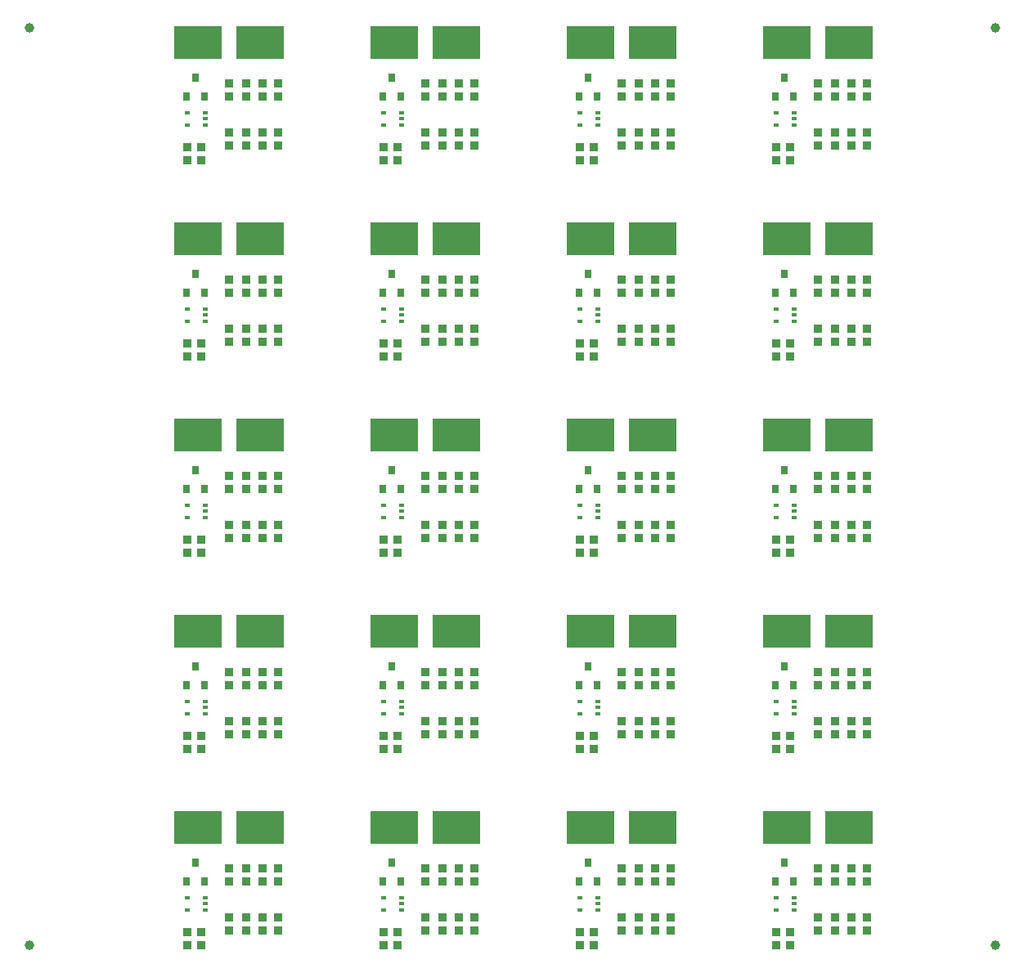
<source format=gtp>
%FSLAX25Y25*%
%MOIN*%
G70*
G01*
G75*
G04 Layer_Color=8421504*
%ADD10C,0.03937*%
%ADD11R,0.19685X0.13780*%
%ADD12R,0.02756X0.03543*%
%ADD13R,0.01969X0.01575*%
%ADD14R,0.03600X0.03600*%
%ADD15C,0.01000*%
%ADD16R,0.05906X0.05906*%
%ADD17C,0.05906*%
%ADD18C,0.03000*%
%ADD19C,0.00600*%
%ADD20C,0.00787*%
D10*
X413386Y442913D02*
D03*
X19685D02*
D03*
X413386Y68898D02*
D03*
X19685D02*
D03*
D11*
X113901Y116713D02*
D03*
X88311D02*
D03*
X193902D02*
D03*
X168311D02*
D03*
X273902D02*
D03*
X248311D02*
D03*
X353902D02*
D03*
X328311D02*
D03*
X113901Y196713D02*
D03*
X88311D02*
D03*
X193902D02*
D03*
X168311D02*
D03*
X273902D02*
D03*
X248311D02*
D03*
X353902D02*
D03*
X328311D02*
D03*
X113901Y276713D02*
D03*
X88311D02*
D03*
X193902D02*
D03*
X168311D02*
D03*
X273902D02*
D03*
X248311D02*
D03*
X353902D02*
D03*
X328311D02*
D03*
X113901Y356713D02*
D03*
X88311D02*
D03*
X193902D02*
D03*
X168311D02*
D03*
X273902D02*
D03*
X248311D02*
D03*
X353902D02*
D03*
X328311D02*
D03*
X113901Y436713D02*
D03*
X88311D02*
D03*
X193902D02*
D03*
X168311D02*
D03*
X273902D02*
D03*
X248311D02*
D03*
X353902D02*
D03*
X328311D02*
D03*
D12*
X83713Y94713D02*
D03*
X91193D02*
D03*
X87453Y102587D02*
D03*
X163713Y94713D02*
D03*
X171193D02*
D03*
X167453Y102587D02*
D03*
X243713Y94713D02*
D03*
X251193D02*
D03*
X247453Y102587D02*
D03*
X323713Y94713D02*
D03*
X331193D02*
D03*
X327453Y102587D02*
D03*
X83713Y174713D02*
D03*
X91193D02*
D03*
X87453Y182587D02*
D03*
X163713Y174713D02*
D03*
X171193D02*
D03*
X167453Y182587D02*
D03*
X243713Y174713D02*
D03*
X251193D02*
D03*
X247453Y182587D02*
D03*
X323713Y174713D02*
D03*
X331193D02*
D03*
X327453Y182587D02*
D03*
X83713Y254713D02*
D03*
X91193D02*
D03*
X87453Y262587D02*
D03*
X163713Y254713D02*
D03*
X171193D02*
D03*
X167453Y262587D02*
D03*
X243713Y254713D02*
D03*
X251193D02*
D03*
X247453Y262587D02*
D03*
X323713Y254713D02*
D03*
X331193D02*
D03*
X327453Y262587D02*
D03*
X83713Y334713D02*
D03*
X91193D02*
D03*
X87453Y342587D02*
D03*
X163713Y334713D02*
D03*
X171193D02*
D03*
X167453Y342587D02*
D03*
X243713Y334713D02*
D03*
X251193D02*
D03*
X247453Y342587D02*
D03*
X323713Y334713D02*
D03*
X331193D02*
D03*
X327453Y342587D02*
D03*
X83713Y414713D02*
D03*
X91193D02*
D03*
X87453Y422587D02*
D03*
X163713Y414713D02*
D03*
X171193D02*
D03*
X167453Y422587D02*
D03*
X243713Y414713D02*
D03*
X251193D02*
D03*
X247453Y422587D02*
D03*
X323713Y414713D02*
D03*
X331193D02*
D03*
X327453Y422587D02*
D03*
D13*
X83972Y83153D02*
D03*
X91453Y85713D02*
D03*
Y83153D02*
D03*
Y88272D02*
D03*
X83972D02*
D03*
X163972Y83153D02*
D03*
X171453Y85713D02*
D03*
Y83153D02*
D03*
Y88272D02*
D03*
X163972D02*
D03*
X243972Y83153D02*
D03*
X251453Y85713D02*
D03*
Y83153D02*
D03*
Y88272D02*
D03*
X243972D02*
D03*
X323972Y83153D02*
D03*
X331453Y85713D02*
D03*
Y83153D02*
D03*
Y88272D02*
D03*
X323972D02*
D03*
X83972Y163154D02*
D03*
X91453Y165713D02*
D03*
Y163154D02*
D03*
Y168272D02*
D03*
X83972D02*
D03*
X163972Y163154D02*
D03*
X171453Y165713D02*
D03*
Y163154D02*
D03*
Y168272D02*
D03*
X163972D02*
D03*
X243972Y163154D02*
D03*
X251453Y165713D02*
D03*
Y163154D02*
D03*
Y168272D02*
D03*
X243972D02*
D03*
X323972Y163154D02*
D03*
X331453Y165713D02*
D03*
Y163154D02*
D03*
Y168272D02*
D03*
X323972D02*
D03*
X83972Y243154D02*
D03*
X91453Y245713D02*
D03*
Y243154D02*
D03*
Y248272D02*
D03*
X83972D02*
D03*
X163972Y243154D02*
D03*
X171453Y245713D02*
D03*
Y243154D02*
D03*
Y248272D02*
D03*
X163972D02*
D03*
X243972Y243154D02*
D03*
X251453Y245713D02*
D03*
Y243154D02*
D03*
Y248272D02*
D03*
X243972D02*
D03*
X323972Y243154D02*
D03*
X331453Y245713D02*
D03*
Y243154D02*
D03*
Y248272D02*
D03*
X323972D02*
D03*
X83972Y323153D02*
D03*
X91453Y325713D02*
D03*
Y323153D02*
D03*
Y328272D02*
D03*
X83972D02*
D03*
X163972Y323153D02*
D03*
X171453Y325713D02*
D03*
Y323153D02*
D03*
Y328272D02*
D03*
X163972D02*
D03*
X243972Y323153D02*
D03*
X251453Y325713D02*
D03*
Y323153D02*
D03*
Y328272D02*
D03*
X243972D02*
D03*
X323972Y323153D02*
D03*
X331453Y325713D02*
D03*
Y323153D02*
D03*
Y328272D02*
D03*
X323972D02*
D03*
X83972Y403154D02*
D03*
X91453Y405713D02*
D03*
Y403154D02*
D03*
Y408272D02*
D03*
X83972D02*
D03*
X163972Y403154D02*
D03*
X171453Y405713D02*
D03*
Y403154D02*
D03*
Y408272D02*
D03*
X163972D02*
D03*
X243972Y403154D02*
D03*
X251453Y405713D02*
D03*
Y403154D02*
D03*
Y408272D02*
D03*
X243972D02*
D03*
X323972Y403154D02*
D03*
X331453Y405713D02*
D03*
Y403154D02*
D03*
Y408272D02*
D03*
X323972D02*
D03*
D14*
X89713Y68713D02*
D03*
Y74213D02*
D03*
X84213Y68713D02*
D03*
Y74213D02*
D03*
X108213Y74759D02*
D03*
Y80259D02*
D03*
X121213Y94759D02*
D03*
Y100259D02*
D03*
X114713Y94759D02*
D03*
Y100259D02*
D03*
X108213Y94759D02*
D03*
Y100259D02*
D03*
X101213Y94759D02*
D03*
Y100259D02*
D03*
X121213Y74759D02*
D03*
Y80259D02*
D03*
X114713Y74759D02*
D03*
Y80259D02*
D03*
X101213Y74759D02*
D03*
Y80259D02*
D03*
X169713Y68713D02*
D03*
Y74213D02*
D03*
X164213Y68713D02*
D03*
Y74213D02*
D03*
X188213Y74759D02*
D03*
Y80259D02*
D03*
X201213Y94759D02*
D03*
Y100259D02*
D03*
X194713Y94759D02*
D03*
Y100259D02*
D03*
X188213Y94759D02*
D03*
Y100259D02*
D03*
X181213Y94759D02*
D03*
Y100259D02*
D03*
X201213Y74759D02*
D03*
Y80259D02*
D03*
X194713Y74759D02*
D03*
Y80259D02*
D03*
X181213Y74759D02*
D03*
Y80259D02*
D03*
X249713Y68713D02*
D03*
Y74213D02*
D03*
X244213Y68713D02*
D03*
Y74213D02*
D03*
X268213Y74759D02*
D03*
Y80259D02*
D03*
X281213Y94759D02*
D03*
Y100259D02*
D03*
X274713Y94759D02*
D03*
Y100259D02*
D03*
X268213Y94759D02*
D03*
Y100259D02*
D03*
X261213Y94759D02*
D03*
Y100259D02*
D03*
X281213Y74759D02*
D03*
Y80259D02*
D03*
X274713Y74759D02*
D03*
Y80259D02*
D03*
X261213Y74759D02*
D03*
Y80259D02*
D03*
X329713Y68713D02*
D03*
Y74213D02*
D03*
X324213Y68713D02*
D03*
Y74213D02*
D03*
X348213Y74759D02*
D03*
Y80259D02*
D03*
X361213Y94759D02*
D03*
Y100259D02*
D03*
X354713Y94759D02*
D03*
Y100259D02*
D03*
X348213Y94759D02*
D03*
Y100259D02*
D03*
X341213Y94759D02*
D03*
Y100259D02*
D03*
X361213Y74759D02*
D03*
Y80259D02*
D03*
X354713Y74759D02*
D03*
Y80259D02*
D03*
X341213Y74759D02*
D03*
Y80259D02*
D03*
X89713Y148713D02*
D03*
Y154213D02*
D03*
X84213Y148713D02*
D03*
Y154213D02*
D03*
X108213Y154759D02*
D03*
Y160259D02*
D03*
X121213Y174759D02*
D03*
Y180259D02*
D03*
X114713Y174759D02*
D03*
Y180259D02*
D03*
X108213Y174759D02*
D03*
Y180259D02*
D03*
X101213Y174759D02*
D03*
Y180259D02*
D03*
X121213Y154759D02*
D03*
Y160259D02*
D03*
X114713Y154759D02*
D03*
Y160259D02*
D03*
X101213Y154759D02*
D03*
Y160259D02*
D03*
X169713Y148713D02*
D03*
Y154213D02*
D03*
X164213Y148713D02*
D03*
Y154213D02*
D03*
X188213Y154759D02*
D03*
Y160259D02*
D03*
X201213Y174759D02*
D03*
Y180259D02*
D03*
X194713Y174759D02*
D03*
Y180259D02*
D03*
X188213Y174759D02*
D03*
Y180259D02*
D03*
X181213Y174759D02*
D03*
Y180259D02*
D03*
X201213Y154759D02*
D03*
Y160259D02*
D03*
X194713Y154759D02*
D03*
Y160259D02*
D03*
X181213Y154759D02*
D03*
Y160259D02*
D03*
X249713Y148713D02*
D03*
Y154213D02*
D03*
X244213Y148713D02*
D03*
Y154213D02*
D03*
X268213Y154759D02*
D03*
Y160259D02*
D03*
X281213Y174759D02*
D03*
Y180259D02*
D03*
X274713Y174759D02*
D03*
Y180259D02*
D03*
X268213Y174759D02*
D03*
Y180259D02*
D03*
X261213Y174759D02*
D03*
Y180259D02*
D03*
X281213Y154759D02*
D03*
Y160259D02*
D03*
X274713Y154759D02*
D03*
Y160259D02*
D03*
X261213Y154759D02*
D03*
Y160259D02*
D03*
X329713Y148713D02*
D03*
Y154213D02*
D03*
X324213Y148713D02*
D03*
Y154213D02*
D03*
X348213Y154759D02*
D03*
Y160259D02*
D03*
X361213Y174759D02*
D03*
Y180259D02*
D03*
X354713Y174759D02*
D03*
Y180259D02*
D03*
X348213Y174759D02*
D03*
Y180259D02*
D03*
X341213Y174759D02*
D03*
Y180259D02*
D03*
X361213Y154759D02*
D03*
Y160259D02*
D03*
X354713Y154759D02*
D03*
Y160259D02*
D03*
X341213Y154759D02*
D03*
Y160259D02*
D03*
X89713Y228713D02*
D03*
Y234213D02*
D03*
X84213Y228713D02*
D03*
Y234213D02*
D03*
X108213Y234759D02*
D03*
Y240259D02*
D03*
X121213Y254759D02*
D03*
Y260259D02*
D03*
X114713Y254759D02*
D03*
Y260259D02*
D03*
X108213Y254759D02*
D03*
Y260259D02*
D03*
X101213Y254759D02*
D03*
Y260259D02*
D03*
X121213Y234759D02*
D03*
Y240259D02*
D03*
X114713Y234759D02*
D03*
Y240259D02*
D03*
X101213Y234759D02*
D03*
Y240259D02*
D03*
X169713Y228713D02*
D03*
Y234213D02*
D03*
X164213Y228713D02*
D03*
Y234213D02*
D03*
X188213Y234759D02*
D03*
Y240259D02*
D03*
X201213Y254759D02*
D03*
Y260259D02*
D03*
X194713Y254759D02*
D03*
Y260259D02*
D03*
X188213Y254759D02*
D03*
Y260259D02*
D03*
X181213Y254759D02*
D03*
Y260259D02*
D03*
X201213Y234759D02*
D03*
Y240259D02*
D03*
X194713Y234759D02*
D03*
Y240259D02*
D03*
X181213Y234759D02*
D03*
Y240259D02*
D03*
X249713Y228713D02*
D03*
Y234213D02*
D03*
X244213Y228713D02*
D03*
Y234213D02*
D03*
X268213Y234759D02*
D03*
Y240259D02*
D03*
X281213Y254759D02*
D03*
Y260259D02*
D03*
X274713Y254759D02*
D03*
Y260259D02*
D03*
X268213Y254759D02*
D03*
Y260259D02*
D03*
X261213Y254759D02*
D03*
Y260259D02*
D03*
X281213Y234759D02*
D03*
Y240259D02*
D03*
X274713Y234759D02*
D03*
Y240259D02*
D03*
X261213Y234759D02*
D03*
Y240259D02*
D03*
X329713Y228713D02*
D03*
Y234213D02*
D03*
X324213Y228713D02*
D03*
Y234213D02*
D03*
X348213Y234759D02*
D03*
Y240259D02*
D03*
X361213Y254759D02*
D03*
Y260259D02*
D03*
X354713Y254759D02*
D03*
Y260259D02*
D03*
X348213Y254759D02*
D03*
Y260259D02*
D03*
X341213Y254759D02*
D03*
Y260259D02*
D03*
X361213Y234759D02*
D03*
Y240259D02*
D03*
X354713Y234759D02*
D03*
Y240259D02*
D03*
X341213Y234759D02*
D03*
Y240259D02*
D03*
X89713Y308713D02*
D03*
Y314213D02*
D03*
X84213Y308713D02*
D03*
Y314213D02*
D03*
X108213Y314759D02*
D03*
Y320259D02*
D03*
X121213Y334759D02*
D03*
Y340259D02*
D03*
X114713Y334759D02*
D03*
Y340259D02*
D03*
X108213Y334759D02*
D03*
Y340259D02*
D03*
X101213Y334759D02*
D03*
Y340259D02*
D03*
X121213Y314759D02*
D03*
Y320259D02*
D03*
X114713Y314759D02*
D03*
Y320259D02*
D03*
X101213Y314759D02*
D03*
Y320259D02*
D03*
X169713Y308713D02*
D03*
Y314213D02*
D03*
X164213Y308713D02*
D03*
Y314213D02*
D03*
X188213Y314759D02*
D03*
Y320259D02*
D03*
X201213Y334759D02*
D03*
Y340259D02*
D03*
X194713Y334759D02*
D03*
Y340259D02*
D03*
X188213Y334759D02*
D03*
Y340259D02*
D03*
X181213Y334759D02*
D03*
Y340259D02*
D03*
X201213Y314759D02*
D03*
Y320259D02*
D03*
X194713Y314759D02*
D03*
Y320259D02*
D03*
X181213Y314759D02*
D03*
Y320259D02*
D03*
X249713Y308713D02*
D03*
Y314213D02*
D03*
X244213Y308713D02*
D03*
Y314213D02*
D03*
X268213Y314759D02*
D03*
Y320259D02*
D03*
X281213Y334759D02*
D03*
Y340259D02*
D03*
X274713Y334759D02*
D03*
Y340259D02*
D03*
X268213Y334759D02*
D03*
Y340259D02*
D03*
X261213Y334759D02*
D03*
Y340259D02*
D03*
X281213Y314759D02*
D03*
Y320259D02*
D03*
X274713Y314759D02*
D03*
Y320259D02*
D03*
X261213Y314759D02*
D03*
Y320259D02*
D03*
X329713Y308713D02*
D03*
Y314213D02*
D03*
X324213Y308713D02*
D03*
Y314213D02*
D03*
X348213Y314759D02*
D03*
Y320259D02*
D03*
X361213Y334759D02*
D03*
Y340259D02*
D03*
X354713Y334759D02*
D03*
Y340259D02*
D03*
X348213Y334759D02*
D03*
Y340259D02*
D03*
X341213Y334759D02*
D03*
Y340259D02*
D03*
X361213Y314759D02*
D03*
Y320259D02*
D03*
X354713Y314759D02*
D03*
Y320259D02*
D03*
X341213Y314759D02*
D03*
Y320259D02*
D03*
X89713Y388713D02*
D03*
Y394213D02*
D03*
X84213Y388713D02*
D03*
Y394213D02*
D03*
X108213Y394759D02*
D03*
Y400259D02*
D03*
X121213Y414759D02*
D03*
Y420259D02*
D03*
X114713Y414759D02*
D03*
Y420259D02*
D03*
X108213Y414759D02*
D03*
Y420259D02*
D03*
X101213Y414759D02*
D03*
Y420259D02*
D03*
X121213Y394759D02*
D03*
Y400259D02*
D03*
X114713Y394759D02*
D03*
Y400259D02*
D03*
X101213Y394759D02*
D03*
Y400259D02*
D03*
X169713Y388713D02*
D03*
Y394213D02*
D03*
X164213Y388713D02*
D03*
Y394213D02*
D03*
X188213Y394759D02*
D03*
Y400259D02*
D03*
X201213Y414759D02*
D03*
Y420259D02*
D03*
X194713Y414759D02*
D03*
Y420259D02*
D03*
X188213Y414759D02*
D03*
Y420259D02*
D03*
X181213Y414759D02*
D03*
Y420259D02*
D03*
X201213Y394759D02*
D03*
Y400259D02*
D03*
X194713Y394759D02*
D03*
Y400259D02*
D03*
X181213Y394759D02*
D03*
Y400259D02*
D03*
X249713Y388713D02*
D03*
Y394213D02*
D03*
X244213Y388713D02*
D03*
Y394213D02*
D03*
X268213Y394759D02*
D03*
Y400259D02*
D03*
X281213Y414759D02*
D03*
Y420259D02*
D03*
X274713Y414759D02*
D03*
Y420259D02*
D03*
X268213Y414759D02*
D03*
Y420259D02*
D03*
X261213Y414759D02*
D03*
Y420259D02*
D03*
X281213Y394759D02*
D03*
Y400259D02*
D03*
X274713Y394759D02*
D03*
Y400259D02*
D03*
X261213Y394759D02*
D03*
Y400259D02*
D03*
X329713Y388713D02*
D03*
Y394213D02*
D03*
X324213Y388713D02*
D03*
Y394213D02*
D03*
X348213Y394759D02*
D03*
Y400259D02*
D03*
X361213Y414759D02*
D03*
Y420259D02*
D03*
X354713Y414759D02*
D03*
Y420259D02*
D03*
X348213Y414759D02*
D03*
Y420259D02*
D03*
X341213Y414759D02*
D03*
Y420259D02*
D03*
X361213Y394759D02*
D03*
Y400259D02*
D03*
X354713Y394759D02*
D03*
Y400259D02*
D03*
X341213Y394759D02*
D03*
Y400259D02*
D03*
M02*

</source>
